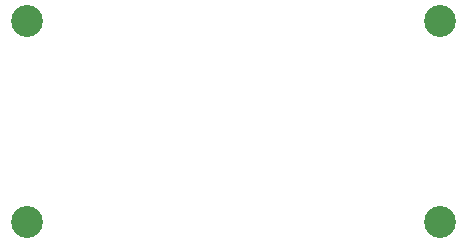
<source format=gbr>
%TF.GenerationSoftware,KiCad,Pcbnew,9.0.6*%
%TF.CreationDate,2026-01-19T07:30:11+01:00*%
%TF.ProjectId,Lumiere,4c756d69-6572-4652-9e6b-696361645f70,rev?*%
%TF.SameCoordinates,Original*%
%TF.FileFunction,NonPlated,1,2,NPTH,Drill*%
%TF.FilePolarity,Positive*%
%FSLAX46Y46*%
G04 Gerber Fmt 4.6, Leading zero omitted, Abs format (unit mm)*
G04 Created by KiCad (PCBNEW 9.0.6) date 2026-01-19 07:30:11*
%MOMM*%
%LPD*%
G01*
G04 APERTURE LIST*
%TA.AperFunction,ComponentDrill*%
%ADD10C,2.700000*%
%TD*%
G04 APERTURE END LIST*
D10*
%TO.C,H6*%
X16030000Y-16090000D03*
%TO.C,H5*%
X16030000Y-33090000D03*
%TO.C,H1*%
X51030000Y-16090000D03*
%TO.C,H2*%
X51030000Y-33090000D03*
M02*

</source>
